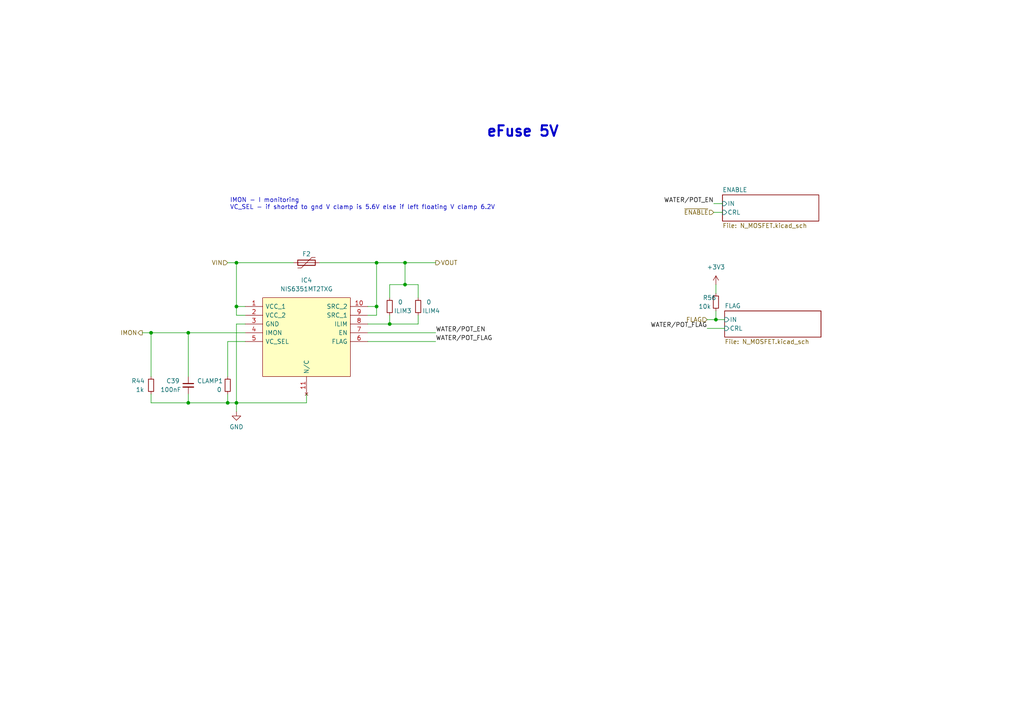
<source format=kicad_sch>
(kicad_sch (version 20211123) (generator eeschema)

  (uuid 7da87ca5-7fd6-4301-bfb3-3e50f868b2d5)

  (paper "A4")

  (lib_symbols
    (symbol "Device:C_Small" (pin_numbers hide) (pin_names (offset 0.254) hide) (in_bom yes) (on_board yes)
      (property "Reference" "C" (id 0) (at 0.254 1.778 0)
        (effects (font (size 1.27 1.27)) (justify left))
      )
      (property "Value" "C_Small" (id 1) (at 0.254 -2.032 0)
        (effects (font (size 1.27 1.27)) (justify left))
      )
      (property "Footprint" "" (id 2) (at 0 0 0)
        (effects (font (size 1.27 1.27)) hide)
      )
      (property "Datasheet" "~" (id 3) (at 0 0 0)
        (effects (font (size 1.27 1.27)) hide)
      )
      (property "ki_keywords" "capacitor cap" (id 4) (at 0 0 0)
        (effects (font (size 1.27 1.27)) hide)
      )
      (property "ki_description" "Unpolarized capacitor, small symbol" (id 5) (at 0 0 0)
        (effects (font (size 1.27 1.27)) hide)
      )
      (property "ki_fp_filters" "C_*" (id 6) (at 0 0 0)
        (effects (font (size 1.27 1.27)) hide)
      )
      (symbol "C_Small_0_1"
        (polyline
          (pts
            (xy -1.524 -0.508)
            (xy 1.524 -0.508)
          )
          (stroke (width 0.3302) (type default) (color 0 0 0 0))
          (fill (type none))
        )
        (polyline
          (pts
            (xy -1.524 0.508)
            (xy 1.524 0.508)
          )
          (stroke (width 0.3048) (type default) (color 0 0 0 0))
          (fill (type none))
        )
      )
      (symbol "C_Small_1_1"
        (pin passive line (at 0 2.54 270) (length 2.032)
          (name "~" (effects (font (size 1.27 1.27))))
          (number "1" (effects (font (size 1.27 1.27))))
        )
        (pin passive line (at 0 -2.54 90) (length 2.032)
          (name "~" (effects (font (size 1.27 1.27))))
          (number "2" (effects (font (size 1.27 1.27))))
        )
      )
    )
    (symbol "Device:Polyfuse" (pin_numbers hide) (pin_names (offset 0)) (in_bom yes) (on_board yes)
      (property "Reference" "F" (id 0) (at -2.54 0 90)
        (effects (font (size 1.27 1.27)))
      )
      (property "Value" "Polyfuse" (id 1) (at 2.54 0 90)
        (effects (font (size 1.27 1.27)))
      )
      (property "Footprint" "" (id 2) (at 1.27 -5.08 0)
        (effects (font (size 1.27 1.27)) (justify left) hide)
      )
      (property "Datasheet" "~" (id 3) (at 0 0 0)
        (effects (font (size 1.27 1.27)) hide)
      )
      (property "ki_keywords" "resettable fuse PTC PPTC polyfuse polyswitch" (id 4) (at 0 0 0)
        (effects (font (size 1.27 1.27)) hide)
      )
      (property "ki_description" "Resettable fuse, polymeric positive temperature coefficient" (id 5) (at 0 0 0)
        (effects (font (size 1.27 1.27)) hide)
      )
      (property "ki_fp_filters" "*polyfuse* *PTC*" (id 6) (at 0 0 0)
        (effects (font (size 1.27 1.27)) hide)
      )
      (symbol "Polyfuse_0_1"
        (rectangle (start -0.762 2.54) (end 0.762 -2.54)
          (stroke (width 0.254) (type default) (color 0 0 0 0))
          (fill (type none))
        )
        (polyline
          (pts
            (xy 0 2.54)
            (xy 0 -2.54)
          )
          (stroke (width 0) (type default) (color 0 0 0 0))
          (fill (type none))
        )
        (polyline
          (pts
            (xy -1.524 2.54)
            (xy -1.524 1.524)
            (xy 1.524 -1.524)
            (xy 1.524 -2.54)
          )
          (stroke (width 0) (type default) (color 0 0 0 0))
          (fill (type none))
        )
      )
      (symbol "Polyfuse_1_1"
        (pin passive line (at 0 3.81 270) (length 1.27)
          (name "~" (effects (font (size 1.27 1.27))))
          (number "1" (effects (font (size 1.27 1.27))))
        )
        (pin passive line (at 0 -3.81 90) (length 1.27)
          (name "~" (effects (font (size 1.27 1.27))))
          (number "2" (effects (font (size 1.27 1.27))))
        )
      )
    )
    (symbol "Device:R_Small" (pin_numbers hide) (pin_names (offset 0.254) hide) (in_bom yes) (on_board yes)
      (property "Reference" "R" (id 0) (at 0.762 0.508 0)
        (effects (font (size 1.27 1.27)) (justify left))
      )
      (property "Value" "R_Small" (id 1) (at 0.762 -1.016 0)
        (effects (font (size 1.27 1.27)) (justify left))
      )
      (property "Footprint" "" (id 2) (at 0 0 0)
        (effects (font (size 1.27 1.27)) hide)
      )
      (property "Datasheet" "~" (id 3) (at 0 0 0)
        (effects (font (size 1.27 1.27)) hide)
      )
      (property "ki_keywords" "R resistor" (id 4) (at 0 0 0)
        (effects (font (size 1.27 1.27)) hide)
      )
      (property "ki_description" "Resistor, small symbol" (id 5) (at 0 0 0)
        (effects (font (size 1.27 1.27)) hide)
      )
      (property "ki_fp_filters" "R_*" (id 6) (at 0 0 0)
        (effects (font (size 1.27 1.27)) hide)
      )
      (symbol "R_Small_0_1"
        (rectangle (start -0.762 1.778) (end 0.762 -1.778)
          (stroke (width 0.2032) (type default) (color 0 0 0 0))
          (fill (type none))
        )
      )
      (symbol "R_Small_1_1"
        (pin passive line (at 0 2.54 270) (length 0.762)
          (name "~" (effects (font (size 1.27 1.27))))
          (number "1" (effects (font (size 1.27 1.27))))
        )
        (pin passive line (at 0 -2.54 90) (length 0.762)
          (name "~" (effects (font (size 1.27 1.27))))
          (number "2" (effects (font (size 1.27 1.27))))
        )
      )
    )
    (symbol "NIS6351MT2TXG:NIS6351MT2TXG" (pin_names (offset 0.762)) (in_bom yes) (on_board yes)
      (property "Reference" "IC4" (id 0) (at 17.78 7.62 0)
        (effects (font (size 1.27 1.27)))
      )
      (property "Value" "NIS6351MT2TXG" (id 1) (at 17.78 5.08 0)
        (effects (font (size 1.27 1.27)))
      )
      (property "Footprint" "NIS6351MT2TXG:SON50P300X300X80-11N-D" (id 2) (at 31.75 2.54 0)
        (effects (font (size 1.27 1.27)) (justify left) hide)
      )
      (property "Datasheet" "" (id 3) (at 31.75 0 0)
        (effects (font (size 1.27 1.27)) (justify left) hide)
      )
      (property "Description" "Resettable Fuses - PPTC 5V ELECTRONIC FUSE--AUTO RETRY" (id 4) (at 31.75 -2.54 0)
        (effects (font (size 1.27 1.27)) (justify left) hide)
      )
      (property "Height" "0.8" (id 5) (at 31.75 -5.08 0)
        (effects (font (size 1.27 1.27)) (justify left) hide)
      )
      (property "Mouser Part Number" "" (id 6) (at 31.75 -7.62 0)
        (effects (font (size 1.27 1.27)) (justify left) hide)
      )
      (property "Mouser Price/Stock" "" (id 7) (at 31.75 -10.16 0)
        (effects (font (size 1.27 1.27)) (justify left) hide)
      )
      (property "Manufacturer_Name" "onsemi" (id 8) (at 31.75 -12.7 0)
        (effects (font (size 1.27 1.27)) (justify left) hide)
      )
      (property "Manufacturer_Part_Number" "NIS6351MT2TXG" (id 9) (at 31.75 -15.24 0)
        (effects (font (size 1.27 1.27)) (justify left) hide)
      )
      (symbol "NIS6351MT2TXG_0_0"
        (pin passive line (at 0 0 0) (length 5.08)
          (name "VCC_1" (effects (font (size 1.27 1.27))))
          (number "1" (effects (font (size 1.27 1.27))))
        )
        (pin passive line (at 35.56 0 180) (length 5.08)
          (name "SRC_2" (effects (font (size 1.27 1.27))))
          (number "10" (effects (font (size 1.27 1.27))))
        )
        (pin no_connect line (at 17.78 -25.4 90) (length 5.08)
          (name "N/C" (effects (font (size 1.27 1.27))))
          (number "11" (effects (font (size 1.27 1.27))))
        )
        (pin passive line (at 0 -2.54 0) (length 5.08)
          (name "VCC_2" (effects (font (size 1.27 1.27))))
          (number "2" (effects (font (size 1.27 1.27))))
        )
        (pin passive line (at 0 -5.08 0) (length 5.08)
          (name "GND" (effects (font (size 1.27 1.27))))
          (number "3" (effects (font (size 1.27 1.27))))
        )
        (pin passive line (at 0 -7.62 0) (length 5.08)
          (name "IMON" (effects (font (size 1.27 1.27))))
          (number "4" (effects (font (size 1.27 1.27))))
        )
        (pin passive line (at 0 -10.16 0) (length 5.08)
          (name "VC_SEL" (effects (font (size 1.27 1.27))))
          (number "5" (effects (font (size 1.27 1.27))))
        )
        (pin passive line (at 35.56 -10.16 180) (length 5.08)
          (name "FLAG" (effects (font (size 1.27 1.27))))
          (number "6" (effects (font (size 1.27 1.27))))
        )
        (pin passive line (at 35.56 -7.62 180) (length 5.08)
          (name "EN" (effects (font (size 1.27 1.27))))
          (number "7" (effects (font (size 1.27 1.27))))
        )
        (pin passive line (at 35.56 -5.08 180) (length 5.08)
          (name "ILIM" (effects (font (size 1.27 1.27))))
          (number "8" (effects (font (size 1.27 1.27))))
        )
        (pin passive line (at 35.56 -2.54 180) (length 5.08)
          (name "SRC_1" (effects (font (size 1.27 1.27))))
          (number "9" (effects (font (size 1.27 1.27))))
        )
      )
      (symbol "NIS6351MT2TXG_0_1"
        (polyline
          (pts
            (xy 5.08 2.54)
            (xy 30.48 2.54)
            (xy 30.48 -20.32)
            (xy 5.08 -20.32)
            (xy 5.08 2.54)
          )
          (stroke (width 0.1524) (type default) (color 0 0 0 0))
          (fill (type background))
        )
      )
    )
    (symbol "power:+3.3V" (power) (pin_names (offset 0)) (in_bom yes) (on_board yes)
      (property "Reference" "#PWR" (id 0) (at 0 -3.81 0)
        (effects (font (size 1.27 1.27)) hide)
      )
      (property "Value" "+3.3V" (id 1) (at 0 3.556 0)
        (effects (font (size 1.27 1.27)))
      )
      (property "Footprint" "" (id 2) (at 0 0 0)
        (effects (font (size 1.27 1.27)) hide)
      )
      (property "Datasheet" "" (id 3) (at 0 0 0)
        (effects (font (size 1.27 1.27)) hide)
      )
      (property "ki_keywords" "power-flag" (id 4) (at 0 0 0)
        (effects (font (size 1.27 1.27)) hide)
      )
      (property "ki_description" "Power symbol creates a global label with name \"+3.3V\"" (id 5) (at 0 0 0)
        (effects (font (size 1.27 1.27)) hide)
      )
      (symbol "+3.3V_0_1"
        (polyline
          (pts
            (xy -0.762 1.27)
            (xy 0 2.54)
          )
          (stroke (width 0) (type default) (color 0 0 0 0))
          (fill (type none))
        )
        (polyline
          (pts
            (xy 0 0)
            (xy 0 2.54)
          )
          (stroke (width 0) (type default) (color 0 0 0 0))
          (fill (type none))
        )
        (polyline
          (pts
            (xy 0 2.54)
            (xy 0.762 1.27)
          )
          (stroke (width 0) (type default) (color 0 0 0 0))
          (fill (type none))
        )
      )
      (symbol "+3.3V_1_1"
        (pin power_in line (at 0 0 90) (length 0) hide
          (name "+3V3" (effects (font (size 1.27 1.27))))
          (number "1" (effects (font (size 1.27 1.27))))
        )
      )
    )
    (symbol "power:GND" (power) (pin_names (offset 0)) (in_bom yes) (on_board yes)
      (property "Reference" "#PWR" (id 0) (at 0 -6.35 0)
        (effects (font (size 1.27 1.27)) hide)
      )
      (property "Value" "GND" (id 1) (at 0 -3.81 0)
        (effects (font (size 1.27 1.27)))
      )
      (property "Footprint" "" (id 2) (at 0 0 0)
        (effects (font (size 1.27 1.27)) hide)
      )
      (property "Datasheet" "" (id 3) (at 0 0 0)
        (effects (font (size 1.27 1.27)) hide)
      )
      (property "ki_keywords" "power-flag" (id 4) (at 0 0 0)
        (effects (font (size 1.27 1.27)) hide)
      )
      (property "ki_description" "Power symbol creates a global label with name \"GND\" , ground" (id 5) (at 0 0 0)
        (effects (font (size 1.27 1.27)) hide)
      )
      (symbol "GND_0_1"
        (polyline
          (pts
            (xy 0 0)
            (xy 0 -1.27)
            (xy 1.27 -1.27)
            (xy 0 -2.54)
            (xy -1.27 -1.27)
            (xy 0 -1.27)
          )
          (stroke (width 0) (type default) (color 0 0 0 0))
          (fill (type none))
        )
      )
      (symbol "GND_1_1"
        (pin power_in line (at 0 0 270) (length 0) hide
          (name "GND" (effects (font (size 1.27 1.27))))
          (number "1" (effects (font (size 1.27 1.27))))
        )
      )
    )
  )

  (junction (at 113.03 93.98) (diameter 0) (color 0 0 0 0)
    (uuid 2eace2c4-c5ae-4cdc-9f4a-73b716a4fbf3)
  )
  (junction (at 109.22 76.2) (diameter 0) (color 0 0 0 0)
    (uuid 334420b4-e403-4e38-bffa-4349c2b5fc42)
  )
  (junction (at 66.04 116.84) (diameter 0) (color 0 0 0 0)
    (uuid 3be8ec9d-d467-4e0c-8865-79d7f34a2cca)
  )
  (junction (at 68.58 76.2) (diameter 0) (color 0 0 0 0)
    (uuid 40d36652-c976-45b0-bd68-4e59c62584b8)
  )
  (junction (at 117.475 76.2) (diameter 0) (color 0 0 0 0)
    (uuid 54ed4607-ef5a-40c2-a6a5-eb4a56bca6ec)
  )
  (junction (at 43.815 96.52) (diameter 0) (color 0 0 0 0)
    (uuid 5e820059-0afa-429f-94b1-3b4070eeed16)
  )
  (junction (at 109.22 88.9) (diameter 0) (color 0 0 0 0)
    (uuid 71a44286-eada-49e7-9407-4235f4082698)
  )
  (junction (at 68.58 88.9) (diameter 0) (color 0 0 0 0)
    (uuid 72d42db6-ba56-40fe-9064-621a8ba9126d)
  )
  (junction (at 68.58 116.84) (diameter 0) (color 0 0 0 0)
    (uuid a493178b-c82f-4d93-8839-1c8848639f54)
  )
  (junction (at 207.645 92.71) (diameter 0) (color 0 0 0 0)
    (uuid d1caae37-1807-465d-a9b8-46c35087fe37)
  )
  (junction (at 117.475 82.55) (diameter 0) (color 0 0 0 0)
    (uuid d6f9a381-0271-42ae-988f-cc9ec62984f9)
  )
  (junction (at 54.61 96.52) (diameter 0) (color 0 0 0 0)
    (uuid e707dc52-a87c-473e-a81c-20bcff423fec)
  )
  (junction (at 54.61 116.84) (diameter 0) (color 0 0 0 0)
    (uuid ebd67094-409f-4bcd-a0b2-f70d4ee272bc)
  )

  (wire (pts (xy 117.475 82.55) (xy 121.285 82.55))
    (stroke (width 0) (type default) (color 0 0 0 0))
    (uuid 16d8bb46-2765-4bda-9a21-bd4018600416)
  )
  (wire (pts (xy 68.58 88.9) (xy 68.58 76.2))
    (stroke (width 0) (type default) (color 0 0 0 0))
    (uuid 1f2f4b00-47ff-4c48-ab06-98b49a4a9d28)
  )
  (wire (pts (xy 68.58 116.84) (xy 68.58 119.38))
    (stroke (width 0) (type default) (color 0 0 0 0))
    (uuid 202443a1-5ff5-446e-b9e1-ef85f7115eaa)
  )
  (wire (pts (xy 113.03 93.98) (xy 121.285 93.98))
    (stroke (width 0) (type default) (color 0 0 0 0))
    (uuid 21a7edd5-ebad-42d6-a061-5ac67577195c)
  )
  (wire (pts (xy 207.01 61.595) (xy 209.55 61.595))
    (stroke (width 0) (type default) (color 0 0 0 0))
    (uuid 24e984ad-7d9f-4ac7-819b-358b6e19c97f)
  )
  (wire (pts (xy 71.12 88.9) (xy 68.58 88.9))
    (stroke (width 0) (type default) (color 0 0 0 0))
    (uuid 268746d5-2828-49f7-a74b-9684a3757132)
  )
  (wire (pts (xy 41.275 96.52) (xy 43.815 96.52))
    (stroke (width 0) (type default) (color 0 0 0 0))
    (uuid 295cac0d-40e9-4152-b58d-ffd995cb26b8)
  )
  (wire (pts (xy 109.22 76.2) (xy 117.475 76.2))
    (stroke (width 0) (type default) (color 0 0 0 0))
    (uuid 2b80053e-2633-4755-8027-59786d7f260d)
  )
  (wire (pts (xy 207.645 90.17) (xy 207.645 92.71))
    (stroke (width 0) (type default) (color 0 0 0 0))
    (uuid 2eaf10b7-ff75-4ec3-b1c3-101ca66d54d6)
  )
  (wire (pts (xy 54.61 96.52) (xy 43.815 96.52))
    (stroke (width 0) (type default) (color 0 0 0 0))
    (uuid 32b082bf-a2e5-4254-bfc0-ef91247071fa)
  )
  (wire (pts (xy 106.68 96.52) (xy 126.365 96.52))
    (stroke (width 0) (type default) (color 0 0 0 0))
    (uuid 428fab85-c018-4286-b5fc-ec7f19fced98)
  )
  (wire (pts (xy 106.68 88.9) (xy 109.22 88.9))
    (stroke (width 0) (type default) (color 0 0 0 0))
    (uuid 45c8edc2-3fe8-43b1-8dca-04f4f679d748)
  )
  (wire (pts (xy 205.105 92.71) (xy 207.645 92.71))
    (stroke (width 0) (type default) (color 0 0 0 0))
    (uuid 51ce53c6-1db6-49de-b8fe-efd681a4234a)
  )
  (wire (pts (xy 207.645 92.71) (xy 210.185 92.71))
    (stroke (width 0) (type default) (color 0 0 0 0))
    (uuid 52a3dd8c-6337-418b-aa14-9c648e748fb1)
  )
  (wire (pts (xy 113.03 93.98) (xy 113.03 91.44))
    (stroke (width 0) (type default) (color 0 0 0 0))
    (uuid 655c03b2-b607-4128-a06f-ab39889c60e5)
  )
  (wire (pts (xy 66.04 76.2) (xy 68.58 76.2))
    (stroke (width 0) (type default) (color 0 0 0 0))
    (uuid 65a06407-bd0e-4620-b165-75a774c27709)
  )
  (wire (pts (xy 113.03 82.55) (xy 117.475 82.55))
    (stroke (width 0) (type default) (color 0 0 0 0))
    (uuid 6ae9a0d3-0698-4311-b75b-f5c06ea1996d)
  )
  (wire (pts (xy 66.04 114.3) (xy 66.04 116.84))
    (stroke (width 0) (type default) (color 0 0 0 0))
    (uuid 6b798265-f9e7-49cf-a9e9-b96d0a9cde17)
  )
  (wire (pts (xy 121.285 82.55) (xy 121.285 86.36))
    (stroke (width 0) (type default) (color 0 0 0 0))
    (uuid 6ee4b35d-9293-4d5d-93f1-f4b7a49a8dfa)
  )
  (wire (pts (xy 43.815 96.52) (xy 43.815 109.22))
    (stroke (width 0) (type default) (color 0 0 0 0))
    (uuid 70e33f08-5d27-49bf-8179-882be9e47ca0)
  )
  (wire (pts (xy 54.61 96.52) (xy 54.61 109.22))
    (stroke (width 0) (type default) (color 0 0 0 0))
    (uuid 7641c62d-78b7-4ca8-8385-3b5bf62aaffa)
  )
  (wire (pts (xy 106.68 93.98) (xy 113.03 93.98))
    (stroke (width 0) (type default) (color 0 0 0 0))
    (uuid 7bd43f61-a2f0-46cd-85ca-955314d719ac)
  )
  (wire (pts (xy 43.815 116.84) (xy 54.61 116.84))
    (stroke (width 0) (type default) (color 0 0 0 0))
    (uuid 83debaff-69cb-417c-8851-ba94750a3adc)
  )
  (wire (pts (xy 117.475 76.2) (xy 126.365 76.2))
    (stroke (width 0) (type default) (color 0 0 0 0))
    (uuid 8850afe0-dc04-446f-a3f9-495b79f5a2dc)
  )
  (wire (pts (xy 88.9 116.84) (xy 68.58 116.84))
    (stroke (width 0) (type default) (color 0 0 0 0))
    (uuid 88f1cf82-25cf-4077-b509-8ea1deb9feb0)
  )
  (wire (pts (xy 68.58 88.9) (xy 68.58 91.44))
    (stroke (width 0) (type default) (color 0 0 0 0))
    (uuid 928e02d3-d434-48ac-887a-d466eccc5bec)
  )
  (wire (pts (xy 92.71 76.2) (xy 109.22 76.2))
    (stroke (width 0) (type default) (color 0 0 0 0))
    (uuid 9842eca2-8b96-486e-9e16-90da8e4696e6)
  )
  (wire (pts (xy 106.68 91.44) (xy 109.22 91.44))
    (stroke (width 0) (type default) (color 0 0 0 0))
    (uuid 9926ab4c-f58b-4ade-8e1b-d0cb3be81e59)
  )
  (wire (pts (xy 109.22 91.44) (xy 109.22 88.9))
    (stroke (width 0) (type default) (color 0 0 0 0))
    (uuid 9b79d9f7-a56e-4ca2-bd0d-a058d1cb5501)
  )
  (wire (pts (xy 205.105 95.25) (xy 210.185 95.25))
    (stroke (width 0) (type default) (color 0 0 0 0))
    (uuid a3879a1b-bdf7-4c6f-afae-4c1dd06edfbf)
  )
  (wire (pts (xy 68.58 76.2) (xy 85.09 76.2))
    (stroke (width 0) (type default) (color 0 0 0 0))
    (uuid a565dbf6-3585-4211-b426-69626312bec0)
  )
  (wire (pts (xy 66.04 99.06) (xy 71.12 99.06))
    (stroke (width 0) (type default) (color 0 0 0 0))
    (uuid ab0ea936-f17c-4097-8240-6f3aa7bec400)
  )
  (wire (pts (xy 68.58 93.98) (xy 68.58 116.84))
    (stroke (width 0) (type default) (color 0 0 0 0))
    (uuid ac93fcbe-9fe6-4d01-ae4c-39145bb3cc4c)
  )
  (wire (pts (xy 121.285 93.98) (xy 121.285 91.44))
    (stroke (width 0) (type default) (color 0 0 0 0))
    (uuid bcacc6e3-07d0-4bc7-b627-74a6bf2a6c9a)
  )
  (wire (pts (xy 71.12 91.44) (xy 68.58 91.44))
    (stroke (width 0) (type default) (color 0 0 0 0))
    (uuid be92be2e-4e00-453a-96ec-0b6f25b62895)
  )
  (wire (pts (xy 68.58 93.98) (xy 71.12 93.98))
    (stroke (width 0) (type default) (color 0 0 0 0))
    (uuid c0fbf7c0-b9c1-4792-b6bb-109c84e00c83)
  )
  (wire (pts (xy 207.645 82.55) (xy 207.645 85.09))
    (stroke (width 0) (type default) (color 0 0 0 0))
    (uuid d34614ad-02c6-4dee-8079-0f26d2792e77)
  )
  (wire (pts (xy 109.22 76.2) (xy 109.22 88.9))
    (stroke (width 0) (type default) (color 0 0 0 0))
    (uuid d8c6fa12-c654-4b3b-bae1-7c2d1af72ba5)
  )
  (wire (pts (xy 66.04 116.84) (xy 68.58 116.84))
    (stroke (width 0) (type default) (color 0 0 0 0))
    (uuid d8eb40a4-ba83-448c-89a4-63b6be5a3329)
  )
  (wire (pts (xy 43.815 114.3) (xy 43.815 116.84))
    (stroke (width 0) (type default) (color 0 0 0 0))
    (uuid d8fcd979-04ca-4281-aa00-1aa4857a755b)
  )
  (wire (pts (xy 54.61 114.3) (xy 54.61 116.84))
    (stroke (width 0) (type default) (color 0 0 0 0))
    (uuid dd81aa90-58db-4e56-8f12-455f5f3052e8)
  )
  (wire (pts (xy 88.9 114.3) (xy 88.9 116.84))
    (stroke (width 0) (type default) (color 0 0 0 0))
    (uuid de5a419e-0aae-453e-b3a5-23c26b83ab30)
  )
  (wire (pts (xy 113.03 86.36) (xy 113.03 82.55))
    (stroke (width 0) (type default) (color 0 0 0 0))
    (uuid e9699bbf-6125-4356-9aa7-a004b4e8cdca)
  )
  (wire (pts (xy 66.04 99.06) (xy 66.04 109.22))
    (stroke (width 0) (type default) (color 0 0 0 0))
    (uuid ed2dd047-b483-44eb-9c56-b95b85f3dbd8)
  )
  (wire (pts (xy 71.12 96.52) (xy 54.61 96.52))
    (stroke (width 0) (type default) (color 0 0 0 0))
    (uuid eddb4201-24b2-4ce3-bb20-61c3ed077a20)
  )
  (wire (pts (xy 207.01 59.055) (xy 209.55 59.055))
    (stroke (width 0) (type default) (color 0 0 0 0))
    (uuid ef600209-0a5a-4e43-ad1f-763946aeb643)
  )
  (wire (pts (xy 117.475 76.2) (xy 117.475 82.55))
    (stroke (width 0) (type default) (color 0 0 0 0))
    (uuid f8baf378-fa33-49d0-8b04-5731a7323f11)
  )
  (wire (pts (xy 106.68 99.06) (xy 126.365 99.06))
    (stroke (width 0) (type default) (color 0 0 0 0))
    (uuid fb85b00e-7253-46fe-ba34-a7339ad076d9)
  )
  (wire (pts (xy 54.61 116.84) (xy 66.04 116.84))
    (stroke (width 0) (type default) (color 0 0 0 0))
    (uuid fca61f97-f69a-4e62-947f-958ae317e7cf)
  )

  (text "eFuse 5V" (at 140.97 40.005 0)
    (effects (font (size 3 3) (thickness 0.6) bold) (justify left bottom))
    (uuid 0c36b240-75bd-441a-a905-87a135e28e55)
  )
  (text "IMON - I monitoring\nVC_SEL - if shorted to gnd V clamp is 5.6V else if left floating V clamp 6.2V"
    (at 66.675 60.96 0)
    (effects (font (size 1.27 1.27)) (justify left bottom))
    (uuid 766abaa9-e4d2-4fe9-ad8b-e1b0788a8360)
  )

  (label "WATER{slash}POT_EN" (at 126.365 96.52 0)
    (effects (font (size 1.27 1.27)) (justify left bottom))
    (uuid 0f741b6d-7dd1-4c46-8fd4-7fe2b9175ec7)
  )
  (label "WATER{slash}POT_EN" (at 207.01 59.055 180)
    (effects (font (size 1.27 1.27)) (justify right bottom))
    (uuid 56e314f5-dafa-403b-af4a-f13ea59b3884)
  )
  (label "WATER{slash}POT_FLAG" (at 126.365 99.06 0)
    (effects (font (size 1.27 1.27)) (justify left bottom))
    (uuid 88599507-1c3f-42cb-a818-621da116641f)
  )
  (label "WATER{slash}POT_FLAG" (at 205.105 95.25 180)
    (effects (font (size 1.27 1.27)) (justify right bottom))
    (uuid ede946d7-7f1a-43a8-a2ad-57dcac40dd9d)
  )

  (hierarchical_label "IMON" (shape output) (at 41.275 96.52 180)
    (effects (font (size 1.27 1.27)) (justify right))
    (uuid 071c1e5d-eb2c-45ae-b10d-5b8737dba527)
  )
  (hierarchical_label "~{ENABLE}" (shape input) (at 207.01 61.595 180)
    (effects (font (size 1.27 1.27)) (justify right))
    (uuid 40ff59de-0eb0-43a2-9e43-c870e5b10607)
  )
  (hierarchical_label "FLAG" (shape input) (at 205.105 92.71 180)
    (effects (font (size 1.27 1.27)) (justify right))
    (uuid 57491027-8e61-470a-b600-543de5024ea9)
  )
  (hierarchical_label "VOUT" (shape output) (at 126.365 76.2 0)
    (effects (font (size 1.27 1.27)) (justify left))
    (uuid 794b7586-3034-4952-8ce6-5bc885f598ae)
  )
  (hierarchical_label "VIN" (shape input) (at 66.04 76.2 180)
    (effects (font (size 1.27 1.27)) (justify right))
    (uuid ce493f9a-6e7a-41b2-8d52-abd220e7d27b)
  )

  (symbol (lib_id "Device:C_Small") (at 54.61 111.76 0) (unit 1)
    (in_bom yes) (on_board yes)
    (uuid 2d582da0-15ec-4111-989a-168088fdd44b)
    (property "Reference" "C39" (id 0) (at 50.165 110.49 0))
    (property "Value" "100nF" (id 1) (at 49.53 113.03 0))
    (property "Footprint" "Capacitor_SMD:C_0603_1608Metric" (id 2) (at 54.61 111.76 0)
      (effects (font (size 1.27 1.27)) hide)
    )
    (property "Datasheet" "~" (id 3) (at 54.61 111.76 0)
      (effects (font (size 1.27 1.27)) hide)
    )
    (pin "1" (uuid 980c7d96-97b3-4e74-81ee-d69c56461794))
    (pin "2" (uuid 76bdf0e3-bfe0-47af-8cd8-b7f662acb16d))
  )

  (symbol (lib_id "Device:Polyfuse") (at 88.9 76.2 270) (unit 1)
    (in_bom yes) (on_board yes)
    (uuid 323d5b42-44ed-499f-98dc-364c531801d0)
    (property "Reference" "F2" (id 0) (at 88.9 73.66 90))
    (property "Value" "Polyfuse" (id 1) (at 90.17 72.39 0)
      (effects (font (size 1.27 1.27)) hide)
    )
    (property "Footprint" "Fuse:Fuse_2010_5025Metric" (id 2) (at 83.82 77.47 0)
      (effects (font (size 1.27 1.27)) (justify left) hide)
    )
    (property "Datasheet" "~" (id 3) (at 88.9 76.2 0)
      (effects (font (size 1.27 1.27)) hide)
    )
    (pin "1" (uuid f0f06f31-e3b7-46b9-bb44-52b61a34ae87))
    (pin "2" (uuid 9d72d88c-c99d-49a1-a9a1-15bea506036b))
  )

  (symbol (lib_id "Device:R_Small") (at 121.285 88.9 180) (unit 1)
    (in_bom yes) (on_board yes)
    (uuid 3c53ba54-f6a7-4939-8a51-97b70f82972d)
    (property "Reference" "ILIM4" (id 0) (at 127.635 90.17 0)
      (effects (font (size 1.27 1.27)) (justify left))
    )
    (property "Value" "0" (id 1) (at 125.095 87.63 0)
      (effects (font (size 1.27 1.27)) (justify left))
    )
    (property "Footprint" "Resistor_SMD:R_0603_1608Metric" (id 2) (at 121.285 88.9 0)
      (effects (font (size 1.27 1.27)) hide)
    )
    (property "Datasheet" "~" (id 3) (at 121.285 88.9 0)
      (effects (font (size 1.27 1.27)) hide)
    )
    (pin "1" (uuid df66ab10-6441-4ec7-9c67-c4393ec260f4))
    (pin "2" (uuid e5a10f39-e4c5-40be-9cc2-7679166315fe))
  )

  (symbol (lib_id "Device:R_Small") (at 207.645 87.63 180) (unit 1)
    (in_bom yes) (on_board yes)
    (uuid 48bcf619-df9e-4b9b-9b05-206a822fcaa1)
    (property "Reference" "R56" (id 0) (at 203.835 86.36 0)
      (effects (font (size 1.27 1.27)) (justify right))
    )
    (property "Value" "10k" (id 1) (at 202.565 88.9 0)
      (effects (font (size 1.27 1.27)) (justify right))
    )
    (property "Footprint" "Resistor_SMD:R_0603_1608Metric" (id 2) (at 207.645 87.63 0)
      (effects (font (size 1.27 1.27)) hide)
    )
    (property "Datasheet" "~" (id 3) (at 207.645 87.63 0)
      (effects (font (size 1.27 1.27)) hide)
    )
    (pin "1" (uuid 061ac54b-e2a6-4ef2-9024-6e5970721c50))
    (pin "2" (uuid 7a304858-bfbc-4f49-9e75-5ad541d46562))
  )

  (symbol (lib_id "NIS6351MT2TXG:NIS6351MT2TXG") (at 71.12 88.9 0) (unit 1)
    (in_bom yes) (on_board yes) (fields_autoplaced)
    (uuid 7007a89c-9f97-411c-b754-60614d41699c)
    (property "Reference" "IC4" (id 0) (at 88.9 81.28 0))
    (property "Value" "NIS6351MT2TXG" (id 1) (at 88.9 83.82 0))
    (property "Footprint" "NIS6351MT2TXG:SON50P300X300X80-11N-D" (id 2) (at 102.87 86.36 0)
      (effects (font (size 1.27 1.27)) (justify left) hide)
    )
    (property "Datasheet" "" (id 3) (at 102.87 88.9 0)
      (effects (font (size 1.27 1.27)) (justify left) hide)
    )
    (property "Description" "Resettable Fuses - PPTC 5V ELECTRONIC FUSE--AUTO RETRY" (id 4) (at 102.87 91.44 0)
      (effects (font (size 1.27 1.27)) (justify left) hide)
    )
    (property "Height" "0.8" (id 5) (at 102.87 93.98 0)
      (effects (font (size 1.27 1.27)) (justify left) hide)
    )
    (property "Mouser Part Number" "" (id 6) (at 102.87 96.52 0)
      (effects (font (size 1.27 1.27)) (justify left) hide)
    )
    (property "Mouser Price/Stock" "" (id 7) (at 102.87 99.06 0)
      (effects (font (size 1.27 1.27)) (justify left) hide)
    )
    (property "Manufacturer_Name" "onsemi" (id 8) (at 102.87 101.6 0)
      (effects (font (size 1.27 1.27)) (justify left) hide)
    )
    (property "Manufacturer_Part_Number" "NIS6351MT2TXG" (id 9) (at 102.87 104.14 0)
      (effects (font (size 1.27 1.27)) (justify left) hide)
    )
    (pin "1" (uuid 4a12c31d-0621-48b8-901e-dac5fdf7b77c))
    (pin "10" (uuid f6384fd6-cbaf-4e1d-a803-65ce142371f8))
    (pin "11" (uuid a04e6e35-67cc-4b0c-9b0e-53c5fa66e888))
    (pin "2" (uuid 0fa3e70c-d1b9-4fa8-969e-575c153951c3))
    (pin "3" (uuid 4fc21a59-68d7-4fb4-826a-5e5091254f62))
    (pin "4" (uuid d578cdb7-4e4e-4d9a-b86e-290d43caa6bf))
    (pin "5" (uuid 6a51dfe3-d2e5-40d8-9bf7-deaf4d10a68d))
    (pin "6" (uuid b8bb1344-6607-414c-8d20-14401376727c))
    (pin "7" (uuid 81a636a0-b8b8-4ccf-87d8-59398ed7660b))
    (pin "8" (uuid 8eb47d70-98c1-4fac-a1ed-a251c2e2f39a))
    (pin "9" (uuid 16fe4b87-0c6f-4f8e-a2ce-11b88b8cab97))
  )

  (symbol (lib_id "Device:R_Small") (at 66.04 111.76 0) (unit 1)
    (in_bom yes) (on_board yes)
    (uuid 7b3e8f2b-19d0-40e4-8291-05928e4e2a8f)
    (property "Reference" "CLAMP1" (id 0) (at 57.15 110.49 0)
      (effects (font (size 1.27 1.27)) (justify left))
    )
    (property "Value" "0" (id 1) (at 62.865 113.03 0)
      (effects (font (size 1.27 1.27)) (justify left))
    )
    (property "Footprint" "Capacitor_SMD:C_0603_1608Metric" (id 2) (at 66.04 111.76 0)
      (effects (font (size 1.27 1.27)) hide)
    )
    (property "Datasheet" "~" (id 3) (at 66.04 111.76 0)
      (effects (font (size 1.27 1.27)) hide)
    )
    (pin "1" (uuid d8d2f264-c487-4f4b-86ac-3aafb093af3e))
    (pin "2" (uuid f9a1f854-44b2-487b-9439-972a5e996f48))
  )

  (symbol (lib_id "power:+3.3V") (at 207.645 82.55 0) (unit 1)
    (in_bom yes) (on_board yes) (fields_autoplaced)
    (uuid 8f1e5e6d-e29a-4913-b91d-8be940e8f51f)
    (property "Reference" "#PWR0119" (id 0) (at 207.645 86.36 0)
      (effects (font (size 1.27 1.27)) hide)
    )
    (property "Value" "+3.3V" (id 1) (at 207.645 77.47 0))
    (property "Footprint" "" (id 2) (at 207.645 82.55 0)
      (effects (font (size 1.27 1.27)) hide)
    )
    (property "Datasheet" "" (id 3) (at 207.645 82.55 0)
      (effects (font (size 1.27 1.27)) hide)
    )
    (pin "1" (uuid 6d080340-beb2-4ed8-9e71-830bc3830a40))
  )

  (symbol (lib_id "power:GND") (at 68.58 119.38 0) (unit 1)
    (in_bom yes) (on_board yes) (fields_autoplaced)
    (uuid ab7b320e-59a6-4bae-9107-ac8dab50fc04)
    (property "Reference" "#PWR0136" (id 0) (at 68.58 125.73 0)
      (effects (font (size 1.27 1.27)) hide)
    )
    (property "Value" "GND" (id 1) (at 68.58 123.825 0))
    (property "Footprint" "" (id 2) (at 68.58 119.38 0)
      (effects (font (size 1.27 1.27)) hide)
    )
    (property "Datasheet" "" (id 3) (at 68.58 119.38 0)
      (effects (font (size 1.27 1.27)) hide)
    )
    (pin "1" (uuid fbf89fd7-0218-40b9-82da-07ac4327c73b))
  )

  (symbol (lib_id "Device:R_Small") (at 113.03 88.9 180) (unit 1)
    (in_bom yes) (on_board yes)
    (uuid dfb452cb-0863-4e51-943c-487dc20ab894)
    (property "Reference" "ILIM3" (id 0) (at 119.38 90.17 0)
      (effects (font (size 1.27 1.27)) (justify left))
    )
    (property "Value" "0" (id 1) (at 116.84 87.63 0)
      (effects (font (size 1.27 1.27)) (justify left))
    )
    (property "Footprint" "Resistor_SMD:R_0603_1608Metric" (id 2) (at 113.03 88.9 0)
      (effects (font (size 1.27 1.27)) hide)
    )
    (property "Datasheet" "~" (id 3) (at 113.03 88.9 0)
      (effects (font (size 1.27 1.27)) hide)
    )
    (pin "1" (uuid d2f462e6-2b1e-48fd-9b6f-5e6244852c2c))
    (pin "2" (uuid ea5980e9-9cf0-4c9b-a093-a9406cc99bae))
  )

  (symbol (lib_id "Device:R_Small") (at 43.815 111.76 0) (unit 1)
    (in_bom yes) (on_board yes)
    (uuid f3bbcc27-dfaf-4490-8b90-a88b25b69868)
    (property "Reference" "R44" (id 0) (at 38.1 110.49 0)
      (effects (font (size 1.27 1.27)) (justify left))
    )
    (property "Value" "1k" (id 1) (at 39.37 113.03 0)
      (effects (font (size 1.27 1.27)) (justify left))
    )
    (property "Footprint" "Resistor_SMD:R_0603_1608Metric" (id 2) (at 43.815 111.76 0)
      (effects (font (size 1.27 1.27)) hide)
    )
    (property "Datasheet" "~" (id 3) (at 43.815 111.76 0)
      (effects (font (size 1.27 1.27)) hide)
    )
    (pin "1" (uuid d2062a20-152b-4f7f-adcd-8e2940ff31b4))
    (pin "2" (uuid b6899a14-682c-4377-a88d-3b6fc9ceea35))
  )

  (sheet (at 209.55 56.515) (size 27.94 7.62) (fields_autoplaced)
    (stroke (width 0) (type solid) (color 0 0 0 0))
    (fill (color 0 0 0 0.0000))
    (uuid 51164dcb-11fa-46ce-8afd-b1b4d8dcb7d0)
    (property "Sheet name" "ENABLE" (id 0) (at 209.55 55.8034 0)
      (effects (font (size 1.27 1.27)) (justify left bottom))
    )
    (property "Sheet file" "N_MOSFET.kicad_sch" (id 1) (at 209.55 64.7196 0)
      (effects (font (size 1.27 1.27)) (justify left top))
    )
    (pin "IN" input (at 209.55 59.055 180)
      (effects (font (size 1.27 1.27)) (justify left))
      (uuid 23d75705-10e1-4dec-9c10-8f67a847bef4)
    )
    (pin "CRL" input (at 209.55 61.595 180)
      (effects (font (size 1.27 1.27)) (justify left))
      (uuid 8bcded31-bb3b-4512-b0e7-e445feeb54de)
    )
  )

  (sheet (at 210.185 90.17) (size 27.94 7.62) (fields_autoplaced)
    (stroke (width 0) (type solid) (color 0 0 0 0))
    (fill (color 0 0 0 0.0000))
    (uuid d74f8817-5cb6-4cc5-b25a-1919fdb19c3e)
    (property "Sheet name" "FLAG" (id 0) (at 210.185 89.4584 0)
      (effects (font (size 1.27 1.27)) (justify left bottom))
    )
    (property "Sheet file" "N_MOSFET.kicad_sch" (id 1) (at 210.185 98.3746 0)
      (effects (font (size 1.27 1.27)) (justify left top))
    )
    (pin "IN" input (at 210.185 92.71 180)
      (effects (font (size 1.27 1.27)) (justify left))
      (uuid fe0a67b8-3050-4ee1-a114-c559f37bfe66)
    )
    (pin "CRL" input (at 210.185 95.25 180)
      (effects (font (size 1.27 1.27)) (justify left))
      (uuid 45148b85-ebd2-4c0d-9fb4-ebab108c56bf)
    )
  )
)

</source>
